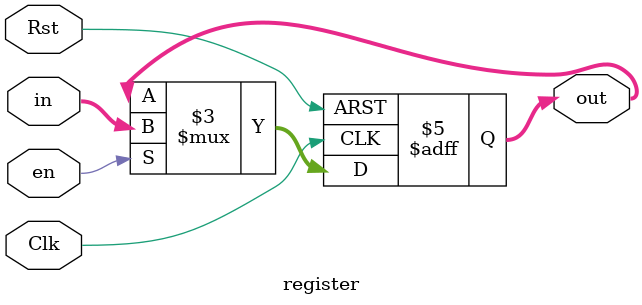
<source format=v>
module register #(parameter wide = 4)
(input Clk, Rst, en, input [wide-1:0] in, output reg [wide-1:0] out);

    always @ (posedge Clk, posedge Rst)
        begin
        if (Rst) out = 0;
        else if (en) out = in;
        else out = out;
        end

endmodule

</source>
